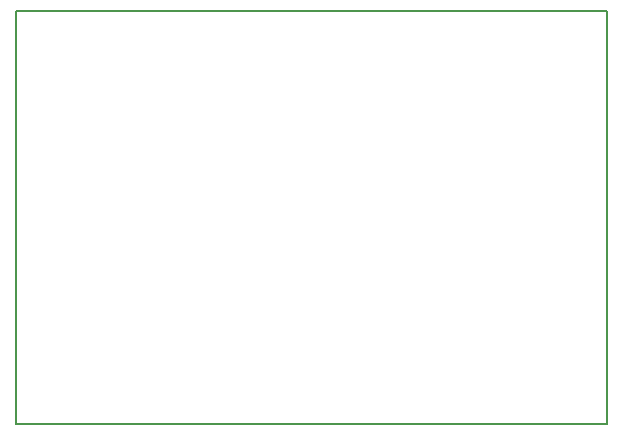
<source format=gko>
G04*
G04 #@! TF.GenerationSoftware,Altium Limited,Altium Designer,19.1.8 (144)*
G04*
G04 Layer_Color=16711935*
%FSLAX24Y24*%
%MOIN*%
G70*
G01*
G75*
%ADD10C,0.0079*%
D10*
X0Y-866D02*
X19685D01*
X0D02*
Y12913D01*
X19685D01*
X19685Y-866D02*
X19685Y12913D01*
M02*

</source>
